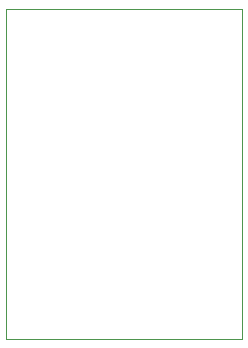
<source format=gbr>
%TF.GenerationSoftware,KiCad,Pcbnew,(5.1.6-rc1-6-g4e217d402)-1*%
%TF.CreationDate,2020-05-13T14:18:14-04:00*%
%TF.ProjectId,RF_Switch,52465f53-7769-4746-9368-2e6b69636164,rev?*%
%TF.SameCoordinates,Original*%
%TF.FileFunction,Profile,NP*%
%FSLAX46Y46*%
G04 Gerber Fmt 4.6, Leading zero omitted, Abs format (unit mm)*
G04 Created by KiCad (PCBNEW (5.1.6-rc1-6-g4e217d402)-1) date 2020-05-13 14:18:14*
%MOMM*%
%LPD*%
G01*
G04 APERTURE LIST*
%TA.AperFunction,Profile*%
%ADD10C,0.050000*%
%TD*%
G04 APERTURE END LIST*
D10*
X175000000Y-60000000D02*
X155000000Y-60000000D01*
X175000000Y-88000000D02*
X155000000Y-88000000D01*
X175000000Y-60000000D02*
X175000000Y-88000000D01*
X155000000Y-88000000D02*
X155000000Y-60000000D01*
M02*

</source>
